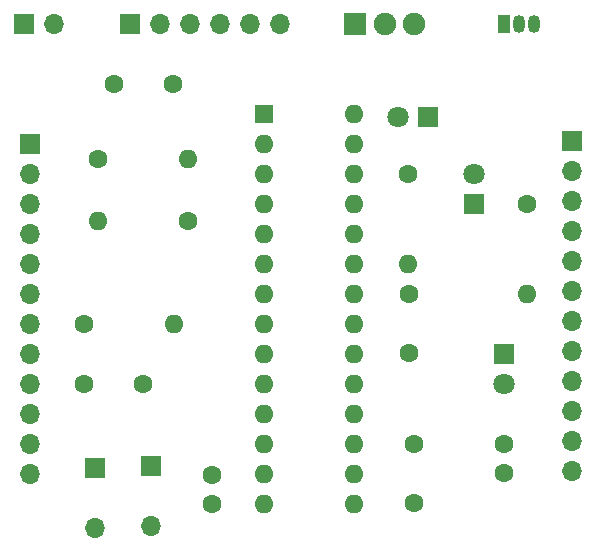
<source format=gbr>
%TF.GenerationSoftware,KiCad,Pcbnew,7.0.1-0*%
%TF.CreationDate,2023-04-18T13:23:17-05:00*%
%TF.ProjectId,ME 433 PCB,4d452034-3333-4205-9043-422e6b696361,rev?*%
%TF.SameCoordinates,Original*%
%TF.FileFunction,Soldermask,Bot*%
%TF.FilePolarity,Negative*%
%FSLAX46Y46*%
G04 Gerber Fmt 4.6, Leading zero omitted, Abs format (unit mm)*
G04 Created by KiCad (PCBNEW 7.0.1-0) date 2023-04-18 13:23:17*
%MOMM*%
%LPD*%
G01*
G04 APERTURE LIST*
%ADD10C,1.600000*%
%ADD11O,1.600000X1.600000*%
%ADD12R,1.800000X1.800000*%
%ADD13C,1.800000*%
%ADD14R,1.700000X1.700000*%
%ADD15O,1.700000X1.700000*%
%ADD16R,1.050000X1.500000*%
%ADD17O,1.050000X1.500000*%
%ADD18R,1.600000X1.600000*%
%ADD19R,1.900000X1.900000*%
%ADD20C,1.900000*%
G04 APERTURE END LIST*
D10*
%TO.C,R1*%
X107882239Y-115591474D03*
D11*
X115502239Y-115591474D03*
%TD*%
D10*
%TO.C,R3*%
X106680000Y-129540000D03*
D11*
X114300000Y-129540000D03*
%TD*%
D12*
%TO.C,D3*%
X142240000Y-132080000D03*
D13*
X142240000Y-134620000D03*
%TD*%
D10*
%TO.C,C4*%
X117520667Y-144820116D03*
X117520667Y-142320116D03*
%TD*%
%TO.C,R4*%
X134081755Y-116840000D03*
D11*
X134081755Y-124460000D03*
%TD*%
D14*
%TO.C,J3*%
X102067880Y-114288943D03*
D15*
X102067880Y-116828943D03*
X102067880Y-119368943D03*
X102067880Y-121908943D03*
X102067880Y-124448943D03*
X102067880Y-126988943D03*
X102067880Y-129528943D03*
X102067880Y-132068943D03*
X102067880Y-134608943D03*
X102067880Y-137148943D03*
X102067880Y-139688943D03*
X102067880Y-142228943D03*
%TD*%
D16*
%TO.C,U2*%
X142240000Y-104140000D03*
D17*
X143510000Y-104140000D03*
X144780000Y-104140000D03*
%TD*%
D10*
%TO.C,C6*%
X134185814Y-132000000D03*
X134185814Y-127000000D03*
%TD*%
%TO.C,C3*%
X106680000Y-134620000D03*
X111680000Y-134620000D03*
%TD*%
D14*
%TO.C,S3*%
X107581274Y-141722258D03*
D15*
X107581274Y-146802258D03*
%TD*%
D14*
%TO.C,S2*%
X112364140Y-141572794D03*
D15*
X112364140Y-146652794D03*
%TD*%
D18*
%TO.C,U1*%
X121920000Y-111760000D03*
D11*
X121920000Y-114300000D03*
X121920000Y-116840000D03*
X121920000Y-119380000D03*
X121920000Y-121920000D03*
X121920000Y-124460000D03*
X121920000Y-127000000D03*
X121920000Y-129540000D03*
X121920000Y-132080000D03*
X121920000Y-134620000D03*
X121920000Y-137160000D03*
X121920000Y-139700000D03*
X121920000Y-142240000D03*
X121920000Y-144780000D03*
X129540000Y-144780000D03*
X129540000Y-142240000D03*
X129540000Y-139700000D03*
X129540000Y-137160000D03*
X129540000Y-134620000D03*
X129540000Y-132080000D03*
X129540000Y-129540000D03*
X129540000Y-127000000D03*
X129540000Y-124460000D03*
X129540000Y-121920000D03*
X129540000Y-119380000D03*
X129540000Y-116840000D03*
X129540000Y-114300000D03*
X129540000Y-111760000D03*
%TD*%
D10*
%TO.C,R2*%
X144167113Y-119380000D03*
D11*
X144167113Y-127000000D03*
%TD*%
D10*
%TO.C,R5*%
X115493968Y-120809705D03*
D11*
X107873968Y-120809705D03*
%TD*%
D14*
%TO.C,J1*%
X101600000Y-104140000D03*
D15*
X104140000Y-104140000D03*
%TD*%
D10*
%TO.C,C1*%
X114220000Y-109220000D03*
X109220000Y-109220000D03*
%TD*%
D12*
%TO.C,D2*%
X139700000Y-119380000D03*
D13*
X139700000Y-116840000D03*
%TD*%
D14*
%TO.C,J2*%
X110515000Y-104115000D03*
D15*
X113055000Y-104115000D03*
X115595000Y-104115000D03*
X118135000Y-104115000D03*
X120675000Y-104115000D03*
X123215000Y-104115000D03*
%TD*%
D19*
%TO.C,S1*%
X129620000Y-104140000D03*
D20*
X132120000Y-104140000D03*
X134620000Y-104140000D03*
%TD*%
D14*
%TO.C,J4*%
X147968821Y-114024231D03*
D15*
X147968821Y-116564231D03*
X147968821Y-119104231D03*
X147968821Y-121644231D03*
X147968821Y-124184231D03*
X147968821Y-126724231D03*
X147968821Y-129264231D03*
X147968821Y-131804231D03*
X147968821Y-134344231D03*
X147968821Y-136884231D03*
X147968821Y-139424231D03*
X147968821Y-141964231D03*
%TD*%
D10*
%TO.C,C5*%
X142240000Y-139700000D03*
X142240000Y-142200000D03*
%TD*%
D12*
%TO.C,D1*%
X135806028Y-112020276D03*
D13*
X133266028Y-112020276D03*
%TD*%
D10*
%TO.C,C2*%
X134620000Y-139700000D03*
X134620000Y-144700000D03*
%TD*%
M02*

</source>
